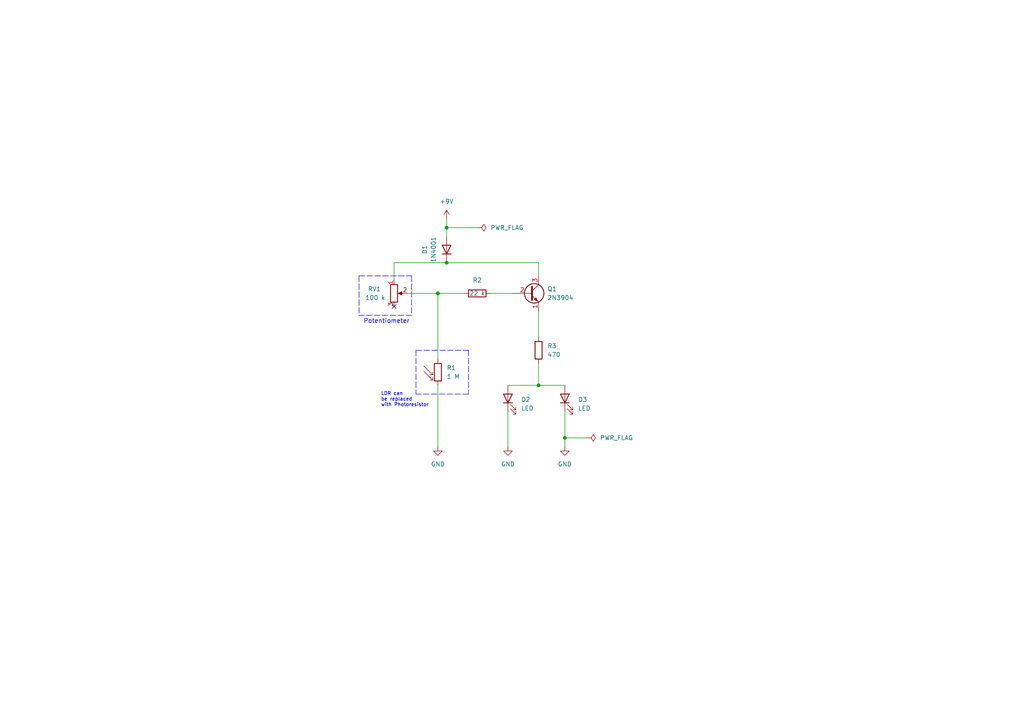
<source format=kicad_sch>
(kicad_sch (version 20211123) (generator eeschema)
  (paper "A4")
  (title_block (title "Automatic Night Light") (date "2022-01-10") (rev "1") (comment 1 "Akansha Nagar"))
  (lib_symbols
    (symbol "Device:LED" (pin_numbers hide) (pin_names (offset 1.016) hide)
      (property "Reference" "D" (at 0 2.54 0))
      (property "Value" "LED" (at 0 -2.54 0))
      (symbol "LED_0_1"
        (polyline (pts (xy -1.27 -1.27) (xy -1.27 1.27)) (stroke (width 0.254)))
        (polyline (pts (xy -1.27 0) (xy 1.27 0)))
        (polyline (pts (xy 1.27 -1.27) (xy 1.27 1.27) (xy -1.27 0) (xy 1.27 -1.27)) (stroke (width 0.254)))
        (polyline (pts (xy -3.048 -0.762) (xy -4.572 -2.286) (xy -3.81 -2.286) (xy -4.572 -2.286) (xy -4.572 -1.524)))
        (polyline (pts (xy -1.778 -0.762) (xy -3.302 -2.286) (xy -2.54 -2.286) (xy -3.302 -2.286) (xy -3.302 -1.524)))
      )
      (symbol "LED_1_1"
        (pin passive line (at -3.81 0 0) (length 2.54) (name "K") (number "1"))
        (pin passive line (at 3.81 0 180) (length 2.54) (name "A") (number "2"))
      )
    )
    (symbol "Device:R" (pin_numbers hide) (pin_names (offset 0))
      (property "Reference" "R" (at 2.032 0 90))
      (property "Value" "R" (at 0 0 90))
      (symbol "R_0_1"
        (rectangle (start -1.016 -2.54) (end 1.016 2.54) (stroke (width 0.254)))
      )
      (symbol "R_1_1"
        (pin passive line (at 0 3.81 270) (length 1.27) (name "~") (number "1"))
        (pin passive line (at 0 -3.81 90) (length 1.27) (name "~") (number "2"))
      )
    )
    (symbol "Device:R_Potentiometer" (pin_names (offset 1.016) hide)
      (property "Reference" "RV" (at -4.445 0 90))
      (property "Value" "R_Potentiometer" (at -2.54 0 90))
      (symbol "R_Potentiometer_0_1"
        (polyline (pts (xy 2.54 0) (xy 1.524 0)))
        (polyline (pts (xy 1.143 0) (xy 2.286 0.508) (xy 2.286 -0.508) (xy 1.143 0)) (fill (type outline)))
        (rectangle (start 1.016 2.54) (end -1.016 -2.54) (stroke (width 0.254)))
      )
      (symbol "R_Potentiometer_1_1"
        (pin passive line (at 0 3.81 270) (length 1.27) (name "1") (number "1"))
        (pin passive line (at 3.81 0 180) (length 1.27) (name "2") (number "2"))
        (pin passive line (at 0 -3.81 90) (length 1.27) (name "3") (number "3"))
      )
    )
    (symbol "Diode:1N4001" (pin_numbers hide) (pin_names (offset 1.016) hide)
      (property "Reference" "D" (at 0 2.54 0))
      (property "Value" "1N4001" (at 0 -2.54 0))
      (symbol "1N4001_0_1"
        (polyline (pts (xy -1.27 1.27) (xy -1.27 -1.27)) (stroke (width 0.254)))
        (polyline (pts (xy 1.27 0) (xy -1.27 0)))
        (polyline (pts (xy 1.27 1.27) (xy 1.27 -1.27) (xy -1.27 0) (xy 1.27 1.27)) (stroke (width 0.254)))
      )
      (symbol "1N4001_1_1"
        (pin passive line (at -3.81 0 0) (length 2.54) (name "K") (number "1"))
        (pin passive line (at 3.81 0 180) (length 2.54) (name "A") (number "2"))
      )
    )
    (symbol "Sensor_Optical:LDR07" (pin_numbers hide) (pin_names (offset 0))
      (property "Reference" "R" (at -5.08 0 90))
      (property "Value" "LDR07" (at 1.905 0 90))
      (symbol "LDR07_0_1"
        (rectangle (start -1.016 2.54) (end 1.016 -2.54) (stroke (width 0.254)))
        (polyline (pts (xy -1.524 -2.286) (xy -4.064 0.254)))
        (polyline (pts (xy -1.524 -2.286) (xy -2.286 -2.286)))
        (polyline (pts (xy -1.524 -2.286) (xy -1.524 -1.524)))
        (polyline (pts (xy -1.524 -0.762) (xy -4.064 1.778)))
        (polyline (pts (xy -1.524 -0.762) (xy -2.286 -0.762)))
        (polyline (pts (xy -1.524 -0.762) (xy -1.524 0)))
      )
      (symbol "LDR07_1_1"
        (pin passive line (at 0 3.81 270) (length 1.27) (name "~") (number "1"))
        (pin passive line (at 0 -3.81 90) (length 1.27) (name "~") (number "2"))
      )
    )
    (symbol "Transistor_BJT:2N3904" (pin_names (offset 0) hide)
      (property "Reference" "Q" (at 5.08 1.905 0))
      (property "Value" "2N3904" (at 5.08 0 0))
      (symbol "2N3904_0_1"
        (polyline (pts (xy 0.635 0.635) (xy 2.54 2.54)))
        (polyline (pts (xy 0.635 -0.635) (xy 2.54 -2.54) (xy 2.54 -2.54)))
        (polyline (pts (xy 0.635 1.905) (xy 0.635 -1.905) (xy 0.635 -1.905)) (stroke (width 0.508)))
        (polyline (pts (xy 1.27 -1.778) (xy 1.778 -1.27) (xy 2.286 -2.286) (xy 1.27 -1.778) (xy 1.27 -1.778)) (fill (type outline)))
        (circle (center 1.27 0) (radius 2.8194) (stroke (width 0.254)))
      )
      (symbol "2N3904_1_1"
        (pin passive line (at 2.54 -5.08 90) (length 2.54) (name "E") (number "1"))
        (pin passive line (at -5.08 0 0) (length 5.715) (name "B") (number "2"))
        (pin passive line (at 2.54 5.08 270) (length 2.54) (name "C") (number "3"))
      )
    )
    (symbol "power:+9V" (power) (pin_names (offset 0))
      (property "Value" "+9V" (at 0 3.556 0))
      (symbol "+9V_0_1"
        (polyline (pts (xy -0.762 1.27) (xy 0 2.54)))
        (polyline (pts (xy 0 0) (xy 0 2.54)))
        (polyline (pts (xy 0 2.54) (xy 0.762 1.27)))
      )
      (symbol "+9V_1_1"
        (pin power_in line (at 0 0 90) (length 0) hide (name "+9V") (number "1"))
      )
    )
    (symbol "power:GND" (power) (pin_names (offset 0))
      (property "Value" "GND" (at 0 -3.81 0))
      (symbol "GND_0_1"
        (polyline (pts (xy 0 0) (xy 0 -1.27) (xy 1.27 -1.27) (xy 0 -2.54) (xy -1.27 -1.27) (xy 0 -1.27)))
      )
      (symbol "GND_1_1"
        (pin power_in line (at 0 0 270) (length 0) hide (name "GND") (number "1"))
      )
    )
    (symbol "power:PWR_FLAG" (power) (pin_numbers hide) (pin_names (offset 0) hide)
      (property "Value" "PWR_FLAG" (at 0 3.81 0))
      (symbol "PWR_FLAG_0_0"
        (pin power_out line (at 0 0 90) (length 0) (name "pwr") (number "1"))
      )
      (symbol "PWR_FLAG_0_1"
        (polyline (pts (xy 0 0) (xy 0 1.27) (xy -1.016 1.905) (xy 0 2.54) (xy 1.016 1.905) (xy 0 1.27)))
      )
    )
  )
  (junction (at 163.83 127))
  (junction (at 156.21 111.76))
  (junction (at 129.54 66.04))
  (junction (at 127 85.09))
  (junction (at 129.54 76.2))
  (no_connect (at 114.3 88.9))
  (polyline (pts (xy 119.38 91.44) (xy 104.14 91.44)))
  (wire (pts (xy 156.21 111.76) (xy 163.83 111.76)))
  (wire (pts (xy 129.54 66.04) (xy 129.54 68.58)))
  (wire (pts (xy 163.83 127) (xy 170.18 127)))
  (wire (pts (xy 129.54 66.04) (xy 138.43 66.04)))
  (wire (pts (xy 127 85.09) (xy 127 104.14)))
  (polyline (pts (xy 135.89 101.6) (xy 135.89 114.3)))
  (wire (pts (xy 129.54 63.5) (xy 129.54 66.04)))
  (wire (pts (xy 127 85.09) (xy 134.62 85.09)))
  (polyline (pts (xy 135.89 114.3) (xy 120.65 114.3)))
  (polyline (pts (xy 120.65 101.6) (xy 135.89 101.6)))
  (polyline (pts (xy 119.38 80.01) (xy 119.38 91.44)))
  (wire (pts (xy 156.21 105.41) (xy 156.21 111.76)))
  (wire (pts (xy 114.3 76.2) (xy 114.3 81.28)))
  (polyline (pts (xy 104.14 80.01) (xy 119.38 80.01)))
  (wire (pts (xy 163.83 119.38) (xy 163.83 127)))
  (wire (pts (xy 129.54 76.2) (xy 156.21 76.2)))
  (polyline (pts (xy 104.14 80.01) (xy 104.14 91.44)))
  (wire (pts (xy 142.24 85.09) (xy 148.59 85.09)))
  (wire (pts (xy 156.21 76.2) (xy 156.21 80.01)))
  (wire (pts (xy 129.54 76.2) (xy 114.3 76.2)))
  (wire (pts (xy 156.21 90.17) (xy 156.21 97.79)))
  (wire (pts (xy 147.32 119.38) (xy 147.32 129.54)))
  (wire (pts (xy 127 111.76) (xy 127 129.54)))
  (wire (pts (xy 118.11 85.09) (xy 127 85.09)))
  (wire (pts (xy 156.21 111.76) (xy 147.32 111.76)))
  (polyline (pts (xy 120.65 101.6) (xy 120.65 114.3)))
  (wire (pts (xy 163.83 127) (xy 163.83 129.54)))
  (text "Potentiometer" (at 105.41 93.98 0) (effects (font (size 1.27 1.27)) (justify left bottom)))
  (text "LDR can\nbe replaced\nwith Photoresistor\n" (at 110.49 118.11 0) (effects (font (size 1 1)) (justify left bottom)))
  (symbol (lib_id "Diode:1N4001") (at 129.54 72.39 90) (unit 1)
    (property "Reference" "D1" (at 123.19 72.39 0))
    (property "Value" "1N4001" (at 125.73 72.39 0))
    (property "Footprint" "Diode_THT:D_DO-41_SOD81_P10.16mm_Horizontal" (effects hide))
    (property "Datasheet" "http://www.vishay.com/docs/88503/1n4001.pdf" (effects hide))
  )
  (symbol (lib_id "power:PWR_FLAG") (at 138.43 66.04 270) (unit 1)
    (property "Reference" "#FLG01" (effects hide))
    (property "Value" "PWR_FLAG" (at 142.24 66.0399 90) (effects (justify left)))
  )
  (symbol (lib_id "power:+9V") (at 129.54 63.5 0) (unit 1)
    (property "Reference" "#PWR02" (effects hide))
    (property "Value" "+9V" (at 129.54 58.42 0))
  )
  (symbol (lib_id "Device:LED") (at 147.32 115.57 90) (unit 1)
    (property "Reference" "D2" (at 151.13 115.8874 90) (effects (justify right)))
    (property "Value" "LED" (at 151.13 118.4274 90) (effects (justify right)))
    (property "Footprint" "LED_THT:LED_D5.0mm" (effects hide))
  )
  (symbol (lib_id "Transistor_BJT:2N3904") (at 153.67 85.09 0) (unit 1)
    (property "Reference" "Q1" (at 158.75 83.8199 0) (effects (justify left)))
    (property "Value" "2N3904" (at 158.75 86.3599 0) (effects (justify left)))
    (property "Footprint" "Package_TO_SOT_THT:TO-92_Inline" (effects hide))
    (property "Datasheet" "https://www.onsemi.com/pub/Collateral/2N3903-D.PDF" (effects hide))
  )
  (symbol (lib_id "power:GND") (at 147.32 129.54 0) (unit 1)
    (property "Reference" "#PWR03" (effects hide))
    (property "Value" "GND" (at 147.32 134.62 0))
  )
  (symbol (lib_id "Device:LED") (at 163.83 115.57 90) (unit 1)
    (property "Reference" "D3" (at 167.64 115.8874 90) (effects (justify right)))
    (property "Value" "LED" (at 167.64 118.4274 90) (effects (justify right)))
    (property "Footprint" "LED_THT:LED_D5.0mm" (effects hide))
  )
  (symbol (lib_id "Sensor_Optical:LDR07") (at 127 107.95 0) (unit 1)
    (property "Reference" "R1" (at 129.54 106.6799 0) (effects (justify left)))
    (property "Value" "1 M" (at 129.54 109.2199 0) (effects (justify left)))
    (property "Footprint" "OptoDevice:R_LDR_5.1x4.3mm_P3.4mm_Vertical" (effects hide))
    (property "Datasheet" "http://www.tme.eu/de/Document/f2e3ad76a925811312d226c31da4cd7e/LDR07.pdf" (effects hide))
  )
  (symbol (lib_id "power:GND") (at 163.83 129.54 0) (unit 1)
    (property "Reference" "#PWR04" (effects hide))
    (property "Value" "GND" (at 163.83 134.62 0))
  )
  (symbol (lib_id "Device:R_Potentiometer") (at 114.3 85.09 0) (unit 1)
    (property "Reference" "RV1" (at 110.49 83.82 0) (effects (justify right)))
    (property "Value" "100 k" (at 111.76 86.36 0) (effects (justify right)))
    (property "Footprint" "Potentiometer_THT:Potentiometer_ACP_CA6-H2,5_Horizontal" (effects hide))
  )
  (symbol (lib_id "power:GND") (at 127 129.54 0) (unit 1)
    (property "Reference" "#PWR01" (effects hide))
    (property "Value" "GND" (at 127 134.62 0))
  )
  (symbol (lib_id "power:PWR_FLAG") (at 170.18 127 270) (unit 1)
    (property "Reference" "#FLG02" (effects hide))
    (property "Value" "PWR_FLAG" (at 173.99 126.9999 90) (effects (justify left)))
  )
  (symbol (lib_id "Device:R") (at 138.43 85.09 90) (unit 1)
    (property "Reference" "R2" (at 138.43 81.28 90))
    (property "Value" "22 k" (at 138.43 85.09 90))
    (property "Footprint" "Resistor_THT:R_Axial_DIN0204_L3.6mm_D1.6mm_P7.62mm_Horizontal" (effects hide))
  )
  (symbol (lib_id "Device:R") (at 156.21 101.6 0) (unit 1)
    (property "Reference" "R3" (at 158.75 100.3299 0) (effects (justify left)))
    (property "Value" "470" (at 158.75 102.87 0) (effects (justify left)))
    (property "Footprint" "Resistor_THT:R_Axial_DIN0204_L3.6mm_D1.6mm_P7.62mm_Horizontal" (effects hide))
  )
)
</source>
